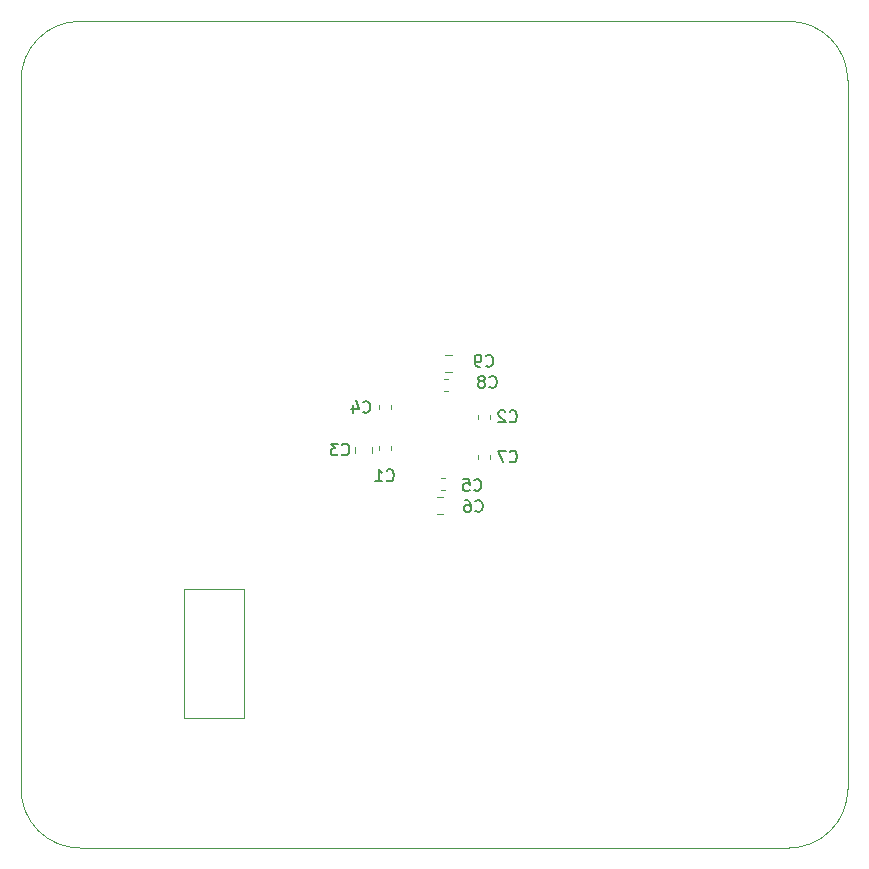
<source format=gbr>
G04 #@! TF.GenerationSoftware,KiCad,Pcbnew,5.1.6-c6e7f7d~87~ubuntu20.04.1*
G04 #@! TF.CreationDate,2020-07-16T23:52:11+03:00*
G04 #@! TF.ProjectId,EV-MAX-V-E64,45562d4d-4158-42d5-962d-4536342e6b69,v1.0*
G04 #@! TF.SameCoordinates,Original*
G04 #@! TF.FileFunction,Legend,Bot*
G04 #@! TF.FilePolarity,Positive*
%FSLAX46Y46*%
G04 Gerber Fmt 4.6, Leading zero omitted, Abs format (unit mm)*
G04 Created by KiCad (PCBNEW 5.1.6-c6e7f7d~87~ubuntu20.04.1) date 2020-07-16 23:52:11*
%MOMM*%
%LPD*%
G01*
G04 APERTURE LIST*
G04 #@! TA.AperFunction,Profile*
%ADD10C,0.050000*%
G04 #@! TD*
%ADD11C,0.120000*%
%ADD12C,0.150000*%
G04 APERTURE END LIST*
D10*
X65000000Y-70000000D02*
X65000000Y-130000000D01*
X130000000Y-65000000D02*
X70000000Y-65000000D01*
X135000000Y-130000000D02*
X135000000Y-70000000D01*
X70000000Y-135000000D02*
X130000000Y-135000000D01*
X70000000Y-135000000D02*
G75*
G02*
X65000000Y-130000000I0J5000000D01*
G01*
X65000000Y-70000000D02*
G75*
G02*
X70000000Y-65000000I5000000J0D01*
G01*
X130000000Y-65000000D02*
G75*
G02*
X135000000Y-70000000I0J-5000000D01*
G01*
X135000000Y-130000000D02*
G75*
G02*
X130000000Y-135000000I-5000000J0D01*
G01*
D11*
X78760000Y-123970000D02*
X78760000Y-113030000D01*
X78760000Y-113030000D02*
X83840000Y-113030000D01*
X83840000Y-113030000D02*
X83840000Y-123970000D01*
X83840000Y-123970000D02*
X78760000Y-123970000D01*
X100938748Y-93290000D02*
X101461252Y-93290000D01*
X100938748Y-94710000D02*
X101461252Y-94710000D01*
X100828733Y-95290000D02*
X101171267Y-95290000D01*
X100828733Y-96310000D02*
X101171267Y-96310000D01*
X104710000Y-101728733D02*
X104710000Y-102071267D01*
X103690000Y-101728733D02*
X103690000Y-102071267D01*
X100238748Y-105290000D02*
X100761252Y-105290000D01*
X100238748Y-106710000D02*
X100761252Y-106710000D01*
X100528733Y-103690000D02*
X100871267Y-103690000D01*
X100528733Y-104710000D02*
X100871267Y-104710000D01*
X95290000Y-97871267D02*
X95290000Y-97528733D01*
X96310000Y-97871267D02*
X96310000Y-97528733D01*
X94710000Y-101038748D02*
X94710000Y-101561252D01*
X93290000Y-101038748D02*
X93290000Y-101561252D01*
X103690000Y-98671267D02*
X103690000Y-98328733D01*
X104710000Y-98671267D02*
X104710000Y-98328733D01*
X96310000Y-100928733D02*
X96310000Y-101271267D01*
X95290000Y-100928733D02*
X95290000Y-101271267D01*
D12*
X104366666Y-94157142D02*
X104414285Y-94204761D01*
X104557142Y-94252380D01*
X104652380Y-94252380D01*
X104795238Y-94204761D01*
X104890476Y-94109523D01*
X104938095Y-94014285D01*
X104985714Y-93823809D01*
X104985714Y-93680952D01*
X104938095Y-93490476D01*
X104890476Y-93395238D01*
X104795238Y-93300000D01*
X104652380Y-93252380D01*
X104557142Y-93252380D01*
X104414285Y-93300000D01*
X104366666Y-93347619D01*
X103890476Y-94252380D02*
X103700000Y-94252380D01*
X103604761Y-94204761D01*
X103557142Y-94157142D01*
X103461904Y-94014285D01*
X103414285Y-93823809D01*
X103414285Y-93442857D01*
X103461904Y-93347619D01*
X103509523Y-93300000D01*
X103604761Y-93252380D01*
X103795238Y-93252380D01*
X103890476Y-93300000D01*
X103938095Y-93347619D01*
X103985714Y-93442857D01*
X103985714Y-93680952D01*
X103938095Y-93776190D01*
X103890476Y-93823809D01*
X103795238Y-93871428D01*
X103604761Y-93871428D01*
X103509523Y-93823809D01*
X103461904Y-93776190D01*
X103414285Y-93680952D01*
X104666666Y-95957142D02*
X104714285Y-96004761D01*
X104857142Y-96052380D01*
X104952380Y-96052380D01*
X105095238Y-96004761D01*
X105190476Y-95909523D01*
X105238095Y-95814285D01*
X105285714Y-95623809D01*
X105285714Y-95480952D01*
X105238095Y-95290476D01*
X105190476Y-95195238D01*
X105095238Y-95100000D01*
X104952380Y-95052380D01*
X104857142Y-95052380D01*
X104714285Y-95100000D01*
X104666666Y-95147619D01*
X104095238Y-95480952D02*
X104190476Y-95433333D01*
X104238095Y-95385714D01*
X104285714Y-95290476D01*
X104285714Y-95242857D01*
X104238095Y-95147619D01*
X104190476Y-95100000D01*
X104095238Y-95052380D01*
X103904761Y-95052380D01*
X103809523Y-95100000D01*
X103761904Y-95147619D01*
X103714285Y-95242857D01*
X103714285Y-95290476D01*
X103761904Y-95385714D01*
X103809523Y-95433333D01*
X103904761Y-95480952D01*
X104095238Y-95480952D01*
X104190476Y-95528571D01*
X104238095Y-95576190D01*
X104285714Y-95671428D01*
X104285714Y-95861904D01*
X104238095Y-95957142D01*
X104190476Y-96004761D01*
X104095238Y-96052380D01*
X103904761Y-96052380D01*
X103809523Y-96004761D01*
X103761904Y-95957142D01*
X103714285Y-95861904D01*
X103714285Y-95671428D01*
X103761904Y-95576190D01*
X103809523Y-95528571D01*
X103904761Y-95480952D01*
X106366666Y-102257142D02*
X106414285Y-102304761D01*
X106557142Y-102352380D01*
X106652380Y-102352380D01*
X106795238Y-102304761D01*
X106890476Y-102209523D01*
X106938095Y-102114285D01*
X106985714Y-101923809D01*
X106985714Y-101780952D01*
X106938095Y-101590476D01*
X106890476Y-101495238D01*
X106795238Y-101400000D01*
X106652380Y-101352380D01*
X106557142Y-101352380D01*
X106414285Y-101400000D01*
X106366666Y-101447619D01*
X106033333Y-101352380D02*
X105366666Y-101352380D01*
X105795238Y-102352380D01*
X103466666Y-106457142D02*
X103514285Y-106504761D01*
X103657142Y-106552380D01*
X103752380Y-106552380D01*
X103895238Y-106504761D01*
X103990476Y-106409523D01*
X104038095Y-106314285D01*
X104085714Y-106123809D01*
X104085714Y-105980952D01*
X104038095Y-105790476D01*
X103990476Y-105695238D01*
X103895238Y-105600000D01*
X103752380Y-105552380D01*
X103657142Y-105552380D01*
X103514285Y-105600000D01*
X103466666Y-105647619D01*
X102609523Y-105552380D02*
X102800000Y-105552380D01*
X102895238Y-105600000D01*
X102942857Y-105647619D01*
X103038095Y-105790476D01*
X103085714Y-105980952D01*
X103085714Y-106361904D01*
X103038095Y-106457142D01*
X102990476Y-106504761D01*
X102895238Y-106552380D01*
X102704761Y-106552380D01*
X102609523Y-106504761D01*
X102561904Y-106457142D01*
X102514285Y-106361904D01*
X102514285Y-106123809D01*
X102561904Y-106028571D01*
X102609523Y-105980952D01*
X102704761Y-105933333D01*
X102895238Y-105933333D01*
X102990476Y-105980952D01*
X103038095Y-106028571D01*
X103085714Y-106123809D01*
X103366666Y-104657142D02*
X103414285Y-104704761D01*
X103557142Y-104752380D01*
X103652380Y-104752380D01*
X103795238Y-104704761D01*
X103890476Y-104609523D01*
X103938095Y-104514285D01*
X103985714Y-104323809D01*
X103985714Y-104180952D01*
X103938095Y-103990476D01*
X103890476Y-103895238D01*
X103795238Y-103800000D01*
X103652380Y-103752380D01*
X103557142Y-103752380D01*
X103414285Y-103800000D01*
X103366666Y-103847619D01*
X102461904Y-103752380D02*
X102938095Y-103752380D01*
X102985714Y-104228571D01*
X102938095Y-104180952D01*
X102842857Y-104133333D01*
X102604761Y-104133333D01*
X102509523Y-104180952D01*
X102461904Y-104228571D01*
X102414285Y-104323809D01*
X102414285Y-104561904D01*
X102461904Y-104657142D01*
X102509523Y-104704761D01*
X102604761Y-104752380D01*
X102842857Y-104752380D01*
X102938095Y-104704761D01*
X102985714Y-104657142D01*
X93966666Y-98057142D02*
X94014285Y-98104761D01*
X94157142Y-98152380D01*
X94252380Y-98152380D01*
X94395238Y-98104761D01*
X94490476Y-98009523D01*
X94538095Y-97914285D01*
X94585714Y-97723809D01*
X94585714Y-97580952D01*
X94538095Y-97390476D01*
X94490476Y-97295238D01*
X94395238Y-97200000D01*
X94252380Y-97152380D01*
X94157142Y-97152380D01*
X94014285Y-97200000D01*
X93966666Y-97247619D01*
X93109523Y-97485714D02*
X93109523Y-98152380D01*
X93347619Y-97104761D02*
X93585714Y-97819047D01*
X92966666Y-97819047D01*
X92166666Y-101657142D02*
X92214285Y-101704761D01*
X92357142Y-101752380D01*
X92452380Y-101752380D01*
X92595238Y-101704761D01*
X92690476Y-101609523D01*
X92738095Y-101514285D01*
X92785714Y-101323809D01*
X92785714Y-101180952D01*
X92738095Y-100990476D01*
X92690476Y-100895238D01*
X92595238Y-100800000D01*
X92452380Y-100752380D01*
X92357142Y-100752380D01*
X92214285Y-100800000D01*
X92166666Y-100847619D01*
X91833333Y-100752380D02*
X91214285Y-100752380D01*
X91547619Y-101133333D01*
X91404761Y-101133333D01*
X91309523Y-101180952D01*
X91261904Y-101228571D01*
X91214285Y-101323809D01*
X91214285Y-101561904D01*
X91261904Y-101657142D01*
X91309523Y-101704761D01*
X91404761Y-101752380D01*
X91690476Y-101752380D01*
X91785714Y-101704761D01*
X91833333Y-101657142D01*
X106366666Y-98857142D02*
X106414285Y-98904761D01*
X106557142Y-98952380D01*
X106652380Y-98952380D01*
X106795238Y-98904761D01*
X106890476Y-98809523D01*
X106938095Y-98714285D01*
X106985714Y-98523809D01*
X106985714Y-98380952D01*
X106938095Y-98190476D01*
X106890476Y-98095238D01*
X106795238Y-98000000D01*
X106652380Y-97952380D01*
X106557142Y-97952380D01*
X106414285Y-98000000D01*
X106366666Y-98047619D01*
X105985714Y-98047619D02*
X105938095Y-98000000D01*
X105842857Y-97952380D01*
X105604761Y-97952380D01*
X105509523Y-98000000D01*
X105461904Y-98047619D01*
X105414285Y-98142857D01*
X105414285Y-98238095D01*
X105461904Y-98380952D01*
X106033333Y-98952380D01*
X105414285Y-98952380D01*
X95966666Y-103857142D02*
X96014285Y-103904761D01*
X96157142Y-103952380D01*
X96252380Y-103952380D01*
X96395238Y-103904761D01*
X96490476Y-103809523D01*
X96538095Y-103714285D01*
X96585714Y-103523809D01*
X96585714Y-103380952D01*
X96538095Y-103190476D01*
X96490476Y-103095238D01*
X96395238Y-103000000D01*
X96252380Y-102952380D01*
X96157142Y-102952380D01*
X96014285Y-103000000D01*
X95966666Y-103047619D01*
X95014285Y-103952380D02*
X95585714Y-103952380D01*
X95300000Y-103952380D02*
X95300000Y-102952380D01*
X95395238Y-103095238D01*
X95490476Y-103190476D01*
X95585714Y-103238095D01*
M02*

</source>
